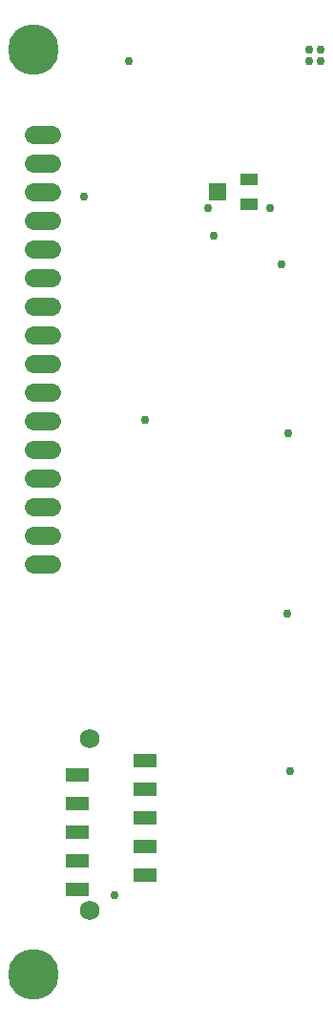
<source format=gbs>
G75*
%MOIN*%
%OFA0B0*%
%FSLAX25Y25*%
%IPPOS*%
%LPD*%
%AMOC8*
5,1,8,0,0,1.08239X$1,22.5*
%
%ADD10C,0.06299*%
%ADD11C,0.17717*%
%ADD12R,0.07900X0.04700*%
%ADD13C,0.06900*%
%ADD14R,0.06299X0.06299*%
%ADD15R,0.06299X0.04331*%
%ADD16C,0.02953*%
D10*
X0035265Y0180540D02*
X0041564Y0180540D01*
X0041564Y0190540D02*
X0035265Y0190540D01*
X0035265Y0200540D02*
X0041564Y0200540D01*
X0041564Y0210540D02*
X0035265Y0210540D01*
X0035265Y0220540D02*
X0041564Y0220540D01*
X0041564Y0230540D02*
X0035265Y0230540D01*
X0035265Y0240540D02*
X0041564Y0240540D01*
X0041564Y0250540D02*
X0035265Y0250540D01*
X0035265Y0260540D02*
X0041564Y0260540D01*
X0041564Y0270540D02*
X0035265Y0270540D01*
X0035265Y0280540D02*
X0041564Y0280540D01*
X0041564Y0290540D02*
X0035265Y0290540D01*
X0035265Y0300540D02*
X0041564Y0300540D01*
X0041564Y0310540D02*
X0035265Y0310540D01*
X0035265Y0320540D02*
X0041564Y0320540D01*
X0041564Y0330540D02*
X0035265Y0330540D01*
D11*
X0035265Y0037233D03*
X0035265Y0360068D03*
D12*
X0074278Y0111997D03*
X0074278Y0101997D03*
X0074278Y0091997D03*
X0074278Y0081997D03*
X0074278Y0071997D03*
X0050678Y0076997D03*
X0050678Y0086997D03*
X0050678Y0096997D03*
X0050678Y0106997D03*
X0050678Y0066997D03*
D13*
X0054978Y0059397D03*
X0054978Y0119597D03*
D14*
X0099635Y0310658D03*
D15*
X0110658Y0306328D03*
X0110658Y0314989D03*
D16*
X0117942Y0304950D03*
X0121879Y0285265D03*
X0098257Y0295107D03*
X0096288Y0304950D03*
X0068729Y0356131D03*
X0052981Y0308887D03*
X0074457Y0230757D03*
X0124241Y0226209D03*
X0124044Y0163217D03*
X0124831Y0108099D03*
X0063611Y0064792D03*
X0131721Y0356131D03*
X0131721Y0360068D03*
X0135658Y0360068D03*
X0135658Y0356131D03*
M02*

</source>
